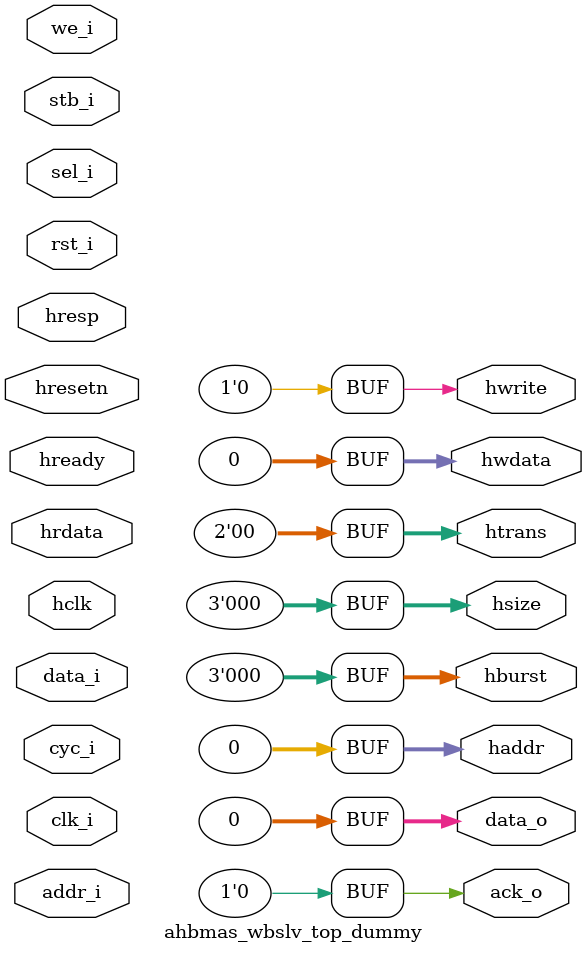
<source format=v>

`timescale 1 ns / 1 ns

module ahbmas_wbslv_top_dummy (

                         hclk,hresetn,
                         // AHB Master Interface (Connect to AHB Slave)
                         haddr,htrans,hwrite,hsize,
                         hburst,hwdata,hrdata,hready,hresp,

                         // WISHBONE Slave Interface (Connect to WB Master)
                         data_o, data_i, addr_i,clk_i,rst_i,
                         cyc_i, stb_i, sel_i, we_i, ack_o
                         );


   //PARAMETER
   parameter AWIDTH = 32,DWIDTH = 32;//Address Width,Data Width

   //INPUTS AND OUTPUTS
   // --------------------------------------
   //Top level ports for AHB
   input hresetn;		 //AHB Clk
   input hclk;		 //AHB Active Low Reset

   // AHB Master Interface (Connect to AHB Slave)
   input [DWIDTH-1:0] hrdata;		//Read data bus

   //Transfer Response	from AHB Slave
   input [1:0]        hresp;
   input              hready;

   //Address and Control Signals
   output [AWIDTH-1:0] haddr;		//Address
   output              hwrite;					//Write/Read Control
   output [2:0]        hsize;				//Size of Data Control
   output [2:0]        hburst;				//Burst Control
   output [31:0]       hwdata;			//Write data bus
   output [1:0]        htrans;				//Transfer type


   // --------------------------------------
   // WISHBONE Slave Interface (Connect to WB Master)
   output [DWIDTH-1:0] data_o;   //Wishbobe Data Ouput
   output              ack_o;	   //Wishbone Acknowledge

   input [DWIDTH-1:0]  data_i;   //Wishbone Data Input
   input [AWIDTH-1:0]  addr_i;   //Wishbone Address Input
   input               cyc_i;    //Wishbone Cycle Input
   input               stb_i;	   //Wishbone Strobe Input
   input [3:0]         sel_i;	   //Wishbone Selection Input
   input               we_i;	   //Wishbone Write/Read Control
   input               clk_i;	   //Wishbone Clk Input
   input               rst_i;	   //Wishbone Active High Reset Input

   // reg signal are expected to be overriden
   // from testbench code

   reg [AWIDTH-1:0]    haddr;
   reg                 hwrite;
   reg [2:0]           hsize;
   reg [2:0]           hburst;
   reg [31:0]          hwdata;
   reg [1:0]           htrans;
   wire [DWIDTH-1:0]   data_o;
   wire                ack_o;

   assign data_o = 0;
   assign ack_o  = 0;


   initial begin
      #1;
      haddr = 0;
      hwrite = 0;
      hsize = 0;
      htrans = 0;
      hwdata = 0;
      hburst = 0;
   end




endmodule

</source>
